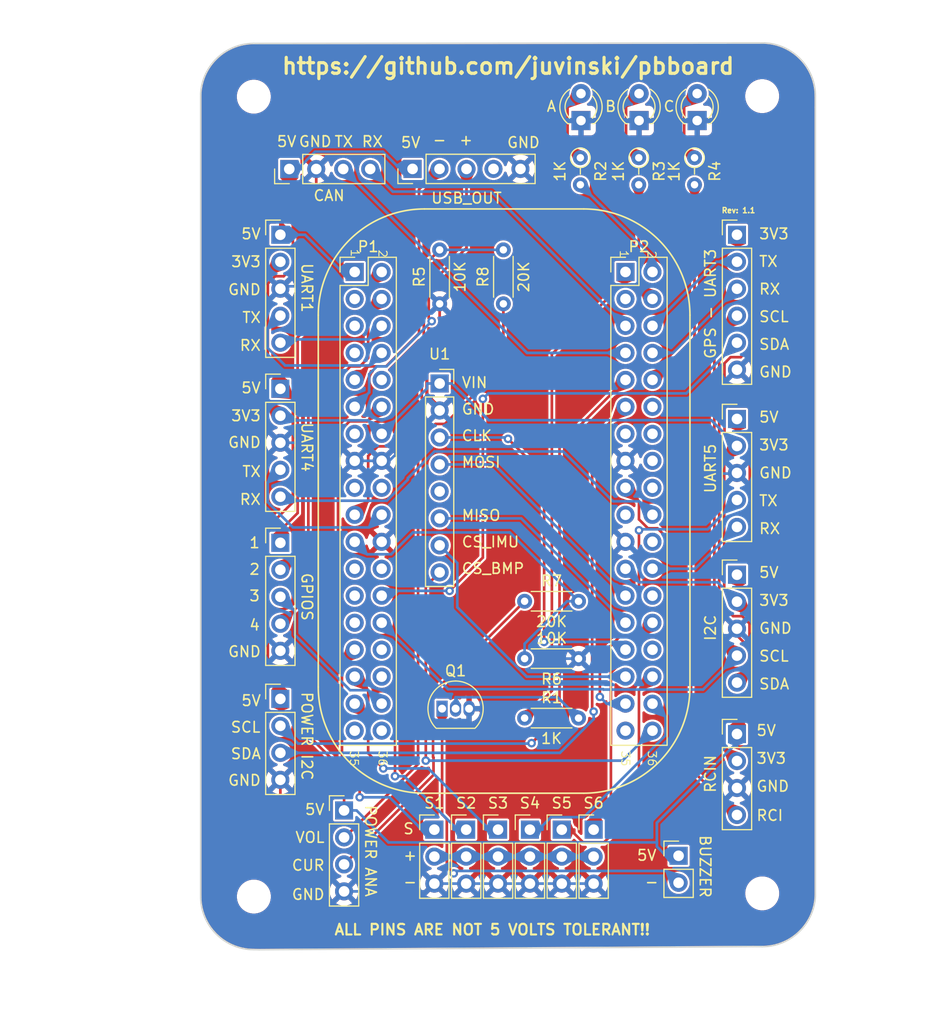
<source format=kicad_pcb>
(kicad_pcb (version 20241229) (generator "pcbnew") (generator_version "9.0")
  (title_block (title "PocketPilot2 - DIY Cape for Ardupilot") (date "2025-11-02") (rev "1.2") (comment 1 "juvinski®") (comment 3 "https://github.com/juvinski/pbboard") (comment 4 "For information, instrunctions:"))
  (layers (0 "F.Cu" signal "Top") (2 "B.Cu" signal "Bottom") (13 "F.Paste" user) (15 "B.Paste" user) (5 "F.SilkS" user "F.Silkscreen") (7 "B.SilkS" user "B.Silkscreen") (1 "F.Mask" user) (3 "B.Mask" user) (25 "Edge.Cuts" user))
  (net 0 "")
  (net 1 "GND")
  (net 2 "/USB_POS")
  (net 3 "/UART1_TX")
  (net 7 "/GPS_RX")
  (net 9 "/GPS_TX")
  (net 10 "Net-(O14-Pin_2)")
  (net 11 "/UART1_RX")
  (net 15 "/UART4_TX")
  (net 16 "/UART4_RX")
  (net 17 "/UART5_RX")
  (net 19 "/UART5_TX")
  (net 21 "Net-(O15-Pin_2)")
  (net 23 "Net-(O1-Pin_2)")
  (net 24 "/GPIO4")
  (net 26 "Net-(O14-Pin_3)")
  (net 29 "/BUZZER_OUT")
  (net 31 "/GPIO1")
  (net 34 "/GPIO2")
  (net 35 "/CAN_RX")
  (net 36 "/GPIO3")
  (net 37 "/LED_A")
  (net 38 "/LED_B")
  (net 40 "/SPI_CS0")
  (net 44 "/CAN_TX")
  (net 45 "/LED_C")
  (net 46 "/OUT4")
  (net 50 "Net-(Q1-B)")
  (net 51 "/OUT5")
  (net 52 "/SPI_CLK")
  (net 56 "/SPI_CS1")
  (net 57 "/SPI_MISO")
  (net 58 "+3.3V")
  (net 59 "/SPI_MOSI")
  (net 60 "/OUT6")
  (net 61 "/OUT3")
  (net 62 "/OUT1")
  (net 63 "/OUT2")
  (net 65 "+5V")
  (net 66 "/I2C_SCL")
  (net 67 "/I2C_SDA")
  (net 68 "/RC_INPUT")
  (net 69 "Net-(LEDA1-A)")
  (net 70 "Net-(LEDB1-A)")
  (net 71 "Net-(LEDC1-A)")
  (net 72 "/USB_NEG")
  (net 74 "/I2C3_SDA")
  (net 75 "/I2C3_SCL")
  (net 76 "/CURRENT")
  (net 77 "/VOLTAGE")
  (footprint "Connector_PinHeader_2.54mm:PinHeader_1x04_P2.54mm_Vertical" (layer "F.Cu") (at 120.84 74.31 90)
    (property "Reference" "O7" (hide yes))
    (property "Value" "CAN")
  )
  (footprint "MountingHole:MountingHole_2.7mm_M2.5" (layer "F.Cu") (at 165.3727 67.4504)
    (property "Reference" "H2" (hide yes))
    (property "Value" "MountingHole" (hide yes))
  )
  (footprint "Connector_PinHeader_2.54mm:PinHeader_2x18_P2.54mm_Vertical" (layer "F.Cu") (at 152.5 84)
    (property "Reference" "P2")
    (property "Value" "Conn_02x18_Odd_Even" (hide yes))
  )
  (footprint "Connector_PinHeader_2.54mm:PinHeader_1x03_P2.54mm_Vertical" (layer "F.Cu") (at 146.5 136.5)
    (property "Reference" "O5" (hide yes))
    (property "Value" "S5")
  )
  (footprint "MountingHole:MountingHole_2.7mm_M2.5" (layer "F.Cu") (at 117.5 67.5)
    (property "Reference" "H1" (hide yes))
    (property "Value" "MountingHole" (hide yes))
  )
  (footprint "MountingHole:MountingHole_2.7mm_M2.5" (layer "F.Cu") (at 117.5062 142.7996)
    (property "Reference" "H3" (hide yes))
    (property "Value" "MountingHole" (hide yes))
  )
  (footprint "Connector_PinHeader_2.54mm:PinHeader_1x05_P2.54mm_Vertical" (layer "F.Cu") (at 120 80.5)
    (property "Reference" "O8" (hide yes))
    (property "Value" "UART1")
  )
  (footprint "Connector_PinHeader_2.54mm:PinHeader_1x05_P2.54mm_Vertical" (layer "F.Cu") (at 120 109.5)
    (property "Reference" "O17" (hide yes))
    (property "Value" "GPIOS")
  )
  (footprint "Connector_PinHeader_2.54mm:PinHeader_1x06_P2.54mm_Vertical" (layer "F.Cu") (at 163 80.5)
    (property "Reference" "O11" (hide yes))
    (property "Value" "GPS - UART3")
  )
  (footprint "Resistor_THT:R_Axial_DIN0204_L3.6mm_D1.6mm_P2.54mm_Vertical" (layer "F.Cu") (at 148.25 73.25 -90)
    (property "Reference" "R2")
    (property "Value" "1K")
  )
  (footprint "Resistor_THT:R_Axial_DIN0204_L3.6mm_D1.6mm_P5.08mm_Horizontal" (layer "F.Cu") (at 141 87 90)
    (property "Reference" "R8")
    (property "Value" "20K")
  )
  (footprint "Connector_PinHeader_2.54mm:PinHeader_1x04_P2.54mm_Vertical" (layer "F.Cu") (at 163 127.5)
    (property "Reference" "O13" (hide yes))
    (property "Value" "RCIN")
  )
  (footprint "LED_THT:LED_D3.0mm" (layer "F.Cu") (at 159.25 69.75 90)
    (property "Reference" "LEDC1" (hide yes))
    (property "Value" "LED_C" (hide yes))
  )
  (footprint "Resistor_THT:R_Axial_DIN0204_L3.6mm_D1.6mm_P5.08mm_Horizontal" (layer "F.Cu") (at 148.08 120.4 180)
    (property "Reference" "R6")
    (property "Value" "10K")
  )
  (footprint "Connector_PinHeader_2.54mm:PinHeader_1x05_P2.54mm_Vertical" (layer "F.Cu") (at 163 112.5)
    (property "Reference" "O12" (hide yes))
    (property "Value" "I2C")
  )
  (footprint "Connector_PinHeader_2.54mm:PinHeader_1x03_P2.54mm_Vertical" (layer "F.Cu") (at 137.5 136.5)
    (property "Reference" "O2" (hide yes))
    (property "Value" "S2")
  )
  (footprint "Connector_PinHeader_2.54mm:PinHeader_1x04_P2.54mm_Vertical" (layer "F.Cu") (at 120 124.19)
    (property "Reference" "O16" (hide yes))
    (property "Value" "POWER I2C")
  )
  (footprint "Connector_PinHeader_2.54mm:PinHeader_1x04_P2.54mm_Vertical" (layer "F.Cu") (at 126 134.69)
    (property "Reference" "O14" (hide yes))
    (property "Value" "POWER ANALOG" (hide yes))
  )
  (footprint "Package_TO_SOT_THT:TO-92_Inline" (layer "F.Cu") (at 135.23 125.11)
    (property "Reference" "Q1")
    (property "Value" "BC548")
  )
  (footprint "Resistor_THT:R_Axial_DIN0204_L3.6mm_D1.6mm_P2.54mm_Vertical" (layer "F.Cu") (at 153.75 73.25 -90)
    (property "Reference" "R3")
    (property "Value" "1K")
  )
  (footprint "LED_THT:LED_D3.0mm" (layer "F.Cu") (at 153.78 69.75 90)
    (property "Reference" "LEDB1" (hide yes))
    (property "Value" "LED_B" (hide yes))
  )
  (footprint "MountingHole:MountingHole_2.7mm_M2.5" (layer "F.Cu") (at 165.379 142.5)
    (property "Reference" "H4" (hide yes))
    (property "Value" "MountingHole" (hide yes))
  )
  (footprint "Resistor_THT:R_Axial_DIN0204_L3.6mm_D1.6mm_P5.08mm_Horizontal" (layer "F.Cu") (at 135 87 90)
    (property "Reference" "R5")
    (property "Value" "10K")
  )
  (footprint "Resistor_THT:R_Axial_DIN0204_L3.6mm_D1.6mm_P5.08mm_Horizontal" (layer "F.Cu") (at 143 126)
    (property "Reference" "R1")
    (property "Value" "1K")
  )
  (footprint "Resistor_THT:R_Axial_DIN0204_L3.6mm_D1.6mm_P2.54mm_Vertical" (layer "F.Cu") (at 159 73.25 -90)
    (property "Reference" "R4")
    (property "Value" "1K")
  )
  (footprint "Connector_PinHeader_2.54mm:PinHeader_1x03_P2.54mm_Vertical" (layer "F.Cu") (at 134.5 136.5)
    (property "Reference" "O1" (hide yes))
    (property "Value" "S1")
  )
  (footprint "Resistor_THT:R_Axial_DIN0204_L3.6mm_D1.6mm_P5.08mm_Horizontal" (layer "F.Cu") (at 143 115)
    (property "Reference" "R7")
    (property "Value" "20K")
  )
  (footprint "Connector_PinHeader_2.54mm:PinHeader_1x05_P2.54mm_Vertical" (layer "F.Cu") (at 120 95)
    (property "Reference" "O9" (hide yes))
    (property "Value" "UART4")
  )
  (footprint "Connector_PinHeader_2.54mm:PinHeader_1x03_P2.54mm_Vertical" (layer "F.Cu") (at 149.5 136.5)
    (property "Reference" "O6" (hide yes))
    (property "Value" "S6")
  )
  (footprint "Connector_PinHeader_2.54mm:PinHeader_1x05_P2.54mm_Vertical" (layer "F.Cu") (at 163 97.84)
    (property "Reference" "O10" (hide yes))
    (property "Value" "UART5")
  )
  (footprint "Connector_PinHeader_2.54mm:PinHeader_1x02_P2.54mm_Vertical" (layer "F.Cu") (at 157.5 138.96)
    (property "Reference" "O15" (hide yes))
    (property "Value" "BUZZER")
  )
  (footprint "Connector_PinHeader_2.54mm:PinHeader_1x03_P2.54mm_Vertical" (layer "F.Cu") (at 143.5 136.5)
    (property "Reference" "O4" (hide yes))
    (property "Value" "S4")
  )
  (footprint "Connector_PinSocket_2.54mm:PinSocket_1x08_P2.54mm_Vertical" (layer "F.Cu") (at 135 94.5)
    (property "Reference" "U1")
    (property "Value" "GY-912")
  )
  (footprint "LED_THT:LED_D3.0mm" (layer "F.Cu") (at 148.31 69.75 90)
    (property "Reference" "LEDA1" (hide yes))
    (property "Value" "LED_A" (hide yes))
  )
  (footprint "Connector_PinHeader_2.54mm:PinHeader_1x03_P2.54mm_Vertical" (layer "F.Cu") (at 140.5 136.5)
    (property "Reference" "O3" (hide yes))
    (property "Value" "S3")
  )
  (footprint "Connector_PinHeader_2.54mm:PinHeader_1x05_P2.54mm_Vertical" (layer "F.Cu") (at 132.45 74.3 90)
    (property "Reference" "O18" (hide yes))
    (property "Value" "USB_OUT")
  )
  (footprint "Connector_PinHeader_2.54mm:PinHeader_2x18_P2.54mm_Vertical" (layer "F.Cu") (at 127 84)
    (property "Reference" "P1")
    (property "Value" "Conn_02x18_Odd_Even" (hide yes))
  )
  (gr_line (start 158.57 123.07) (end 158.57 88.07) (stroke (width 0.15)) (layer "F.SilkS"))
  (gr_arc (start 148.57 78.07) (mid 155.641068 80.998932) (end 158.57 88.07) (stroke (width 0.15)) (layer "F.SilkS"))
  (gr_line (start 148.57 78.07) (end 133.57 78.07) (stroke (width 0.15)) (layer "F.SilkS"))
  (gr_arc (start 123.57 88.07) (mid 126.498932 80.998932) (end 133.57 78.07) (stroke (width 0.15)) (layer "F.SilkS"))
  (gr_line (start 123.57 88.07) (end 123.57 123.07) (stroke (width 0.15)) (layer "F.SilkS"))
  (gr_arc (start 133.57 133.07) (mid 126.498932 130.141068) (end 123.57 123.07) (stroke (width 0.15)) (layer "F.SilkS"))
  (gr_line (start 133.57 133.07) (end 148.57 133.07) (stroke (width 0.15)) (layer "F.SilkS"))
  (gr_arc (start 158.57 123.07) (mid 155.641068 130.141068) (end 148.57 133.07) (stroke (width 0.15)) (layer "F.SilkS"))
  (gr_line (start 165.378984 147.506229) (end 164.5 147.501914) (stroke (width 0.15)) (layer "Edge.Cuts"))
  (gr_line (start 170.378984 67.45044) (end 170.378984 68.5) (stroke (width 0.15)) (layer "Edge.Cuts"))
  (gr_arc (start 170.378984 142.75) (mid 168.829414 146.127262) (end 165.378984 147.506246) (stroke (width 0.15)) (layer "Edge.Cuts"))
  (gr_arc (start 165.622738 62.45043) (mid 169 64) (end 170.378984 67.45043) (stroke (width 0.15)) (layer "Edge.Cuts"))
  (gr_line (start 112.5 67.250002) (end 112.5 142.788192) (stroke (width 0.15)) (layer "Edge.Cuts"))
  (gr_line (start 117.5 62.493754) (end 165.622717 62.45043) (stroke (width 0.15)) (layer "Edge.Cuts"))
  (gr_line (start 170.378984 68.5) (end 170.378984 142.749997) (stroke (width 0.15)) (layer "Edge.Cuts"))
  (gr_arc (start 112.5 67.25) (mid 114.04957 63.872738) (end 117.5 62.493754) (stroke (width 0.15)) (layer "Edge.Cuts"))
  (gr_line (start 118 147.796023) (end 117.5 147.788192) (stroke (width 0.15)) (layer "Edge.Cuts"))
  (gr_arc (start 117.5 147.788192) (mid 113.964466 146.323726) (end 112.5 142.788192) (stroke (width 0.15)) (layer "Edge.Cuts"))
  (gr_line (start 118 147.796023) (end 164.5 147.501914) (stroke (width 0.15)) (layer "Edge.Cuts"))
  (gr_text "2" (at 155.41846 82.37218 270) (layer "F.SilkS") (effects (font (size 0.77216 0.77216) (thickness 0.097536)) (justify top)))
  (gr_text "36" (at 155 129 270) (layer "F.SilkS") (effects (font (size 0.77216 0.77216) (thickness 0.097536)) (justify left)))
  (gr_text "35" (at 152.5 129 270) (layer "F.SilkS") (effects (font (size 0.77216 0.77216) (thickness 0.097536)) (justify left)))
  (gr_text "36" (at 129.64 129 270) (layer "F.SilkS") (effects (font (size 0.77216 0.77216) (thickness 0.097536)) (justify left)))
  (gr_text "1" (at 152.81496 82.31122 270) (layer "F.SilkS") (effects (font (size 0.77216 0.77216) (thickness 0.097536)) (justify top)))
  (gr_text "1" (at 127.481 82.20962 270) (layer "F.SilkS") (effects (font (size 0.77216 0.77216) (thickness 0.097536)) (justify top)))
  (gr_text "2" (at 130.0845 82.27058 270) (layer "F.SilkS") (effects (font (size 0.77216 0.77216) (thickness 0.097536)) (justify top)))
  (gr_text "35" (at 126.93998 129 270) (layer "F.SilkS") (effects (font (size 0.77216 0.77216) (thickness 0.097536)) (justify left)))
  (gr_text "5V" (at 131.27 72.4 0) (layer "F.SilkS") (effects (font (size 1 1)) (justify left bottom)))
  (gr_text "B" (at 150.5 69 0) (layer "F.SilkS") (effects (font (size 1 1)) (justify left bottom)))
  (gr_text "S" (at 131.5 137 0) (layer "F.SilkS") (effects (font (size 1 1)) (justify left bottom)))
  (gr_text "1" (at 117 110.08 0) (layer "F.SilkS") (effects (font (size 1 1)) (justify left bottom)))
  (gr_text "+" (at 131.5 139.5 0) (layer "F.SilkS") (effects (font (size 1 1)) (justify left bottom)))
  (gr_text "RX" (at 165 86.2 0) (layer "F.SilkS") (effects (font (size 1 1)) (justify left bottom)))
  (gr_text "-" (at 134.27 72.15 0) (layer "F.SilkS") (effects (font (size 1 1)) (justify left bottom)))
  (gr_text "GND" (at 115 100.63 0) (layer "F.SilkS") (effects (font (size 1 1)) (justify left bottom)))
  (gr_text "5V" (at 119.59 72.31 0) (layer "F.SilkS") (effects (font (size 1 1)) (justify left bottom)))
  (gr_text "-" (at 131.5 142 0) (layer "F.SilkS") (effects (font (size 1 1)) (justify left bottom)))
  (gr_text "SDA" (at 165 123.375 0) (layer "F.SilkS") (effects (font (size 1 1)) (justify left bottom)))
  (gr_text "Rev: 1.1" (at 161.5 78.5 0) (layer "F.SilkS") (effects (font (size 0.5 0.5) (thickness 0.125) (bold yes)) (justify left bottom)))
  (gr_text "https://github.com/juvinski/pbboard" (at 120 65.5 0) (layer "F.SilkS") (effects (font (size 1.5 1.5) (thickness 0.3) (bold yes)) (justify left bottom)))
  (gr_text "RX" (at 165 108.75 0) (layer "F.SilkS") (effects (font (size 1 1)) (justify left bottom)))
  (gr_text "SCL" (at 165 120.75 0) (layer "F.SilkS") (effects (font (size 1 1)) (justify left bottom)))
  (gr_text "5V" (at 153.5 139.5 0) (layer "F.SilkS") (effects (font (size 1 1)) (justify left bottom)))
  (gr_text "-" (at 154.25 142 0) (layer "F.SilkS") (effects (font (size 1 1)) (justify left bottom)))
  (gr_text "GND" (at 121 143.19 0) (layer "F.SilkS") (effects (font (size 1 1)) (justify left bottom)))
  (gr_text "3" (at 117 115.08 0) (layer "F.SilkS") (effects (font (size 1 1)) (justify left bottom)))
  (gr_text "4" (at 117 117.83 0) (layer "F.SilkS") (effects (font (size 1 1)) (justify left bottom)))
  (gr_text "5V" (at 116.238095 81 0) (layer "F.SilkS") (effects (font (size 1 1)) (justify left bottom)))
  (gr_text "5V" (at 165 98.25 0) (layer "F.SilkS") (effects (font (size 1 1)) (justify left bottom)))
  (gr_text "TX" (at 165 83.6 0) (layer "F.SilkS") (effects (font (size 1 1)) (justify left bottom)))
  (gr_text "3V3" (at 165 100.875 0) (layer "F.SilkS") (effects (font (size 1 1)) (justify left bottom)))
  (gr_text "CUR" (at 121 140.44 0) (layer "F.SilkS") (effects (font (size 1 1)) (justify left bottom)))
  (gr_text "CS_IMU" (at 137 110 0) (layer "F.SilkS") (effects (font (size 1 1)) (justify left bottom)))
  (gr_text "TX" (at 125.018571 72.31 0) (layer "F.SilkS") (effects (font (size 1 1)) (justify left bottom)))
  (gr_text "GND" (at 115 132.44 0) (layer "F.SilkS") (effects (font (size 1 1)) (justify left bottom)))
  (gr_text "POWER ANA" (at 128.5 138.5 270) (layer "F.SilkS") (effects (font (size 1 1))))
  (gr_text "5V" (at 116.25 124.94 0) (layer "F.SilkS") (effects (font (size 1 1)) (justify left bottom)))
  (gr_text "3V3" (at 165 81 0) (layer "F.SilkS") (effects (font (size 1 1)) (justify left bottom)))
  (gr_text "5V" (at 116.238095 95.5 0) (layer "F.SilkS") (effects (font (size 1 1)) (justify left bottom)))
  (gr_text "RX" (at 116.095238 91.5 0) (layer "F.SilkS") (effects (font (size 1 1)) (justify left bottom)))
  (gr_text "3V3" (at 115.285714 83.625 0) (layer "F.SilkS") (effects (font (size 1 1)) (justify left bottom)))
  (gr_text "5V" (at 165 112.875 0) (layer "F.SilkS") (effects (font (size 1 1)) (justify left bottom)))
  (gr_text "GND" (at 137 97.5 0) (layer "F.SilkS") (effects (font (size 1 1)) (justify left bottom)))
  (gr_text "3V3" (at 164.75 130.375 0) (layer "F.SilkS") (effects (font (size 1 1)) (justify left bottom)))
  (gr_text "3V3" (at 115.285714 98.125 0) (layer "F.SilkS") (effects (font (size 1 1)) (justify left bottom)))
  (gr_text "A" (at 145 69 0) (layer "F.SilkS") (effects (font (size 1 1)) (justify left bottom)))
  (gr_text "GND" (at 115 86.25 0) (layer "F.SilkS") (effects (font (size 1 1)) (justify left bottom)))
  (gr_text "SCL" (at 115.25 127.44 0) (layer "F.SilkS") (effects (font (size 1 1)) (justify left bottom)))
  (gr_text "5V" (at 122.238095 135.19 0) (layer "F.SilkS") (effects (font (size 1 1)) (justify left bottom)))
  (gr_text "VOL" (at 121.333333 137.815 0) (layer "F.SilkS") (effects (font (size 1 1)) (justify left bottom)))
  (gr_text "MOSI" (at 137 102.5 0) (layer "F.SilkS") (effects (font (size 1 1)) (justify left bottom)))
  (gr_text "5V" (at 164.75 127.75 0) (layer "F.SilkS") (effects (font (size 1 1)) (justify left bottom)))
  (gr_text "C" (at 156 69 0) (layer "F.SilkS") (effects (font (size 1 1)) (justify left bottom)))
  (gr_text "GND" (at 115 120.33 0) (layer "F.SilkS") (effects (font (size 1 1)) (justify left bottom)))
  (gr_text "TX" (at 116.333333 88.875 0) (layer "F.SilkS") (effects (font (size 1 1)) (justify left bottom)))
  (gr_text "GND" (at 165 103.5 0) (layer "F.SilkS") (effects (font (size 1 1)) (justify left bottom)))
  (gr_text "GND" (at 165 118.125 0) (layer "F.SilkS") (effects (font (size 1 1)) (justify left bottom)))
  (gr_text "GND" (at 121.661429 72.31 0) (layer "F.SilkS") (effects (font (size 1 1)) (justify left bottom)))
  (gr_text "CLK" (at 137 100 0) (layer "F.SilkS") (effects (font (size 1 1)) (justify left bottom)))
  (gr_text "SCL" (at 165 88.8 0) (layer "F.SilkS") (effects (font (size 1 1)) (justify left bottom)))
  (gr_text "SDA" (at 165 91.4 0) (layer "F.SilkS") (effects (font (size 1 1)) (justify left bottom)))
  (gr_text "VIN" (at 137 95 0) (layer "F.SilkS") (effects (font (size 1 1)) (justify left bottom)))
  (gr_text "RCI" (at 164.75 135.75 0) (layer "F.SilkS") (effects (font (size 1 1)) (justify left bottom)))
  (gr_text "SDA" (at 115.25 129.94 0) (layer "F.SilkS") (effects (font (size 1 1)) (justify left bottom)))
  (gr_text "GND" (at 165 94 0) (layer "F.SilkS") (effects (font (size 1 1)) (justify left bottom)))
  (gr_text "MISO" (at 137 107.5 0) (layer "F.SilkS") (effects (font (size 1 1)) (justify left bottom)))
  (gr_text "TX" (at 165 106.125 0) (layer "F.SilkS") (effects (font (size 1 1)) (justify left bottom)))
  (gr_text "+" (at 136.77 72.15 0) (layer "F.SilkS") (effects (font (size 1 1)) (justify left bottom)))
  (gr_text "CS_BMP" (at 137 112.5 0) (layer "F.SilkS") (effects (font (size 1 1)) (justify left bottom)))
  (gr_text "ALL PINS ARE NOT 5 VOLTS TOLERANT!!" (at 125 146.5 0) (layer "F.SilkS") (effects (font (size 1 1) (thickness 0.2) (bold yes)) (justify left bottom)))
  (gr_text "TX" (at 116.333333 103.375 0) (layer "F.SilkS") (effects (font (size 1 1)) (justify left bottom)))
  (gr_text "RX" (at 116.095238 106 0) (layer "F.SilkS") (effects (font (size 1 1)) (justify left bottom)))
  (gr_text "2" (at 117 112.58 0) (layer "F.SilkS") (effects (font (size 1 1)) (justify left bottom)))
  (gr_text "GND" (at 141.27 72.4 0) (layer "F.SilkS") (effects (font (size 1 1)) (justify left bottom)))
  (gr_text "3V3" (at 165 115.5 0) (layer "F.SilkS") (effects (font (size 1 1)) (justify left bottom)))
  (gr_text "RX" (at 127.59 72.31 0) (layer "F.SilkS") (effects (font (size 1 1)) (justify left bottom)))
  (gr_text "GND" (at 164.75 133 0) (layer "F.SilkS") (effects (font (size 1 1)) (justify left bottom)))
  (segment (start 146.974 121.506) (end 146.974 131.5965) (width 0.25) (layer "F.Cu") (net 1))
  (segment (start 133.7877 95.5064) (end 135 96.7187) (width 0.25) (layer "F.Cu") (net 1))
  (segment (start 139.1352 140.2152) (end 140.5 141.58) (width 0.25) (layer "F.Cu") (net 1))
  (segment (start 163 118.2183) (end 163 117.58) (width 0.25) (layer "F.Cu") (net 1))
  (segment (start 137.77 125.11) (end 138.6217 125.11) (width 0.25) (layer "F.Cu") (net 1))
  (segment (start 163.4875 121.2967) (end 164.1767 120.6075) (width 0.25) (layer "F.Cu") (net 1))
  (segment (start 145.3058 140.3858) (end 146.5 141.58) (width 0.25) (layer "F.Cu") (net 1))
  (segment (start 152.5 109.4) (end 151.3058 108.2058) (width 0.25) (layer "F.Cu") (net 1))
  (segment (start 161.2719 130.8519) (end 161.2719 122.6611) (width 0.25) (layer "F.Cu") (net 1))
  (segment (start 145.3058 133.2647) (end 145.3058 140.3858) (width 0.25) (layer "F.Cu") (net 1))
  (segment (start 162.6363 121.2967) (end 163.4875 121.2967) (width 0.25) (layer "F.Cu") (net 1))
  (segment (start 120 131.81) (end 120 136.31) (width 0.25) (layer "F.Cu") (net 1))
  (segment (start 120 136.31) (end 126 142.31) (width 0.25) (layer "F.Cu") (net 1))
  (segment (start 123.38 82.2) (end 123.38 74.31) (width 0.25) (layer "F.Cu") (net 1))
  (segment (start 130.7342 108.2058) (end 130.7342 102.9742) (width 0.25) (layer "F.Cu") (net 1))
  (segment (start 120 85.58) (end 123.38 82.2) (width 0.25) (layer "F.Cu") (net 1))
  (segment (start 138.6217 125.11) (end 139.1352 125.6235) (width 0.25) (layer "F.Cu") (net 1))
  (segment (start 163 132.58) (end 161.2719 130.8519) (width 0.25) (layer "F.Cu") (net 1))
  (segment (start 129.54 109.4) (end 130.7342 108.2058) (width 0.25) (layer "F.Cu") (net 1))
  (segment (start 148.08 120.4) (end 146.974 121.506) (width 0.25) (layer "F.Cu") (net 1))
  (segment (start 161.2719 122.6611) (end 162.6363 121.2967) (width 0.25) (layer "F.Cu") (net 1))
  (segment (start 151.3058 108.2058) (end 151.3058 102.9742) (width 0.25) (layer "F.Cu") (net 1))
  (segment (start 133.7877 93.2528) (end 133.7877 95.5064) (width 0.25) (layer "F.Cu") (net 1))
  (segment (start 164.1767 119.395) (end 163 118.2183) (width 0.25) (layer "F.Cu") (net 1))
  (segment (start 151.3058 102.9742) (end 152.5 101.78) (width 0.25) (layer "F.Cu") (net 1))
  (segment (start 135 87) (end 135 92.0405) (width 0.25) (layer "F.Cu") (net 1))
  (segment (start 135 96.7187) (end 135 97.04) (width 0.25) (layer "F.Cu") (net 1))
  (segment (start 164.1767 120.6075) (end 164.1767 119.395) (width 0.25) (layer "F.Cu") (net 1))
  (segment (start 139.1352 125.6235) (end 139.1352 140.2152) (width 0.25) (layer "F.Cu") (net 1))
  (segment (start 146.974 131.5965) (end 145.3058 133.2647) (width 0.25) (layer "F.Cu") (net 1))
  (segment (start 135 92.0405) (end 133.7877 93.2528) (width 0.25) (layer "F.Cu") (net 1))
  (segment (start 130.7342 102.9742) (end 129.54 101.78) (width 0.25) (layer "F.Cu") (net 1))
  (segment (start 149.5 141.58) (end 146.5 141.58) (width 0.25) (layer "B.Cu") (net 1))
  (segment (start 123.38 74.31) (end 124.5567 73.1333) (width 0.25) (layer "B.Cu") (net 1))
  (segment (start 163 102.92) (end 162.935 102.985) (width 0.25) (layer "B.Cu") (net 1))
  (segment (start 164.1906 101.7294) (end 163 102.92) (width 0.25) (layer "B.Cu") (net 1))
  (segment (start 133.3475 85.3475) (end 135 87) (width 0.25) (layer "B.Cu") (net 1))
  (segment (start 135 97.04) (end 130.26 101.78) (width 0.25) (layer "B.Cu") (net 1))
  (segment (start 153.7094 118.2012) (end 145.2428 118.2012) (width 0.25) (layer "B.Cu") (net 1))
  (segment (start 140.5 141.58) (end 143.5 141.58) (width 0.25) (layer "B.Cu") (net 1))
  (segment (start 162.3788 118.2012) (end 163 117.58) (width 0.25) (layer "B.Cu") (net 1))
  (segment (start 128.9823 73.1333) (end 131.3306 75.4816) (width 0.25) (layer "B.Cu") (net 1))
  (segment (start 145.3161 120.4) (end 148.08 120.4) (width 0.25) (layer "B.Cu") (net 1))
  (segment (start 133.5907 126.1867) (end 137.77 126.1867) (width 0.25) (layer "B.Cu") (net 1))
  (segment (start 120 119.66) (end 126.3017 125.9617) (width 0.25) (layer "B.Cu") (net 1))
  (segment (start 120.2325 85.3475) (end 133.3475 85.3475) (width 0.25) (layer "B.Cu") (net 1))
  (segment (start 153.7094 114.0252) (end 152.8009 113.1167) (width 0.25) (layer "B.Cu") (net 1))
  (segment (start 151.2987 112.408) (end 151.2987 110.6013) (width 0.25) (layer "B.Cu") (net 1))
  (segment (start 120 85.58) (end 120.2325 85.3475) (width 0.25) (layer "B.Cu") (net 1))
  (segment (start 145.2428 118.2012) (end 145.1409 118.0993) (width 0.25) (layer "B.Cu") (net 1))
  (segment (start 145.1409 118.0993) (end 144.539 118.0993) (width 0.25) (layer "B.Cu") (net 1))
  (segment (start 125.3 100.08) (end 127 101.78) (width 0.25) (layer "B.Cu") (net 1))
  (segment (start 126 142.31) (end 133.77 142.31) (width 0.25) (layer "B.Cu") (net 1))
  (segment (start 153.7094 118.2012) (end 153.7094 114.0252) (width 0.25) (layer "B.Cu") (net 1))
  (segment (start 144.1132 119.1971) (end 145.3161 120.4) (width 0.25) (layer "B.Cu") (net 1))
  (segment (start 136.4735 98.5135) (end 135 97.04) (width 0.25) (layer "B.Cu") (net 1))
  (segment (start 144.1132 118.5251) (end 144.1132 119.1971) (width 0.25) (layer "B.Cu") (net 1))
  (segment (start 147.6967 69.75) (end 153.78 69.75) (width 0.25) (layer "B.Cu") (net 1))
  (segment (start 163 93.2) (end 164.1906 94.3906) (width 0.25) (layer "B.Cu") (net 1))
  (segment (start 124.5567 73.1333) (end 128.9823 73.1333) (width 0.25) (layer "B.Cu") (net 1))
  (segment (start 164.1906 94.3906) (end 164.1906 101.7294) (width 0.25) (layer "B.Cu") (net 1))
  (segment (start 152.5 101.78) (end 149.2335 98.5135) (width 0.25) (layer "B.Cu") (net 1))
  (segment (start 151.2987 110.6013) (end 152.5 109.4) (width 0.25) (layer "B.Cu") (net 1))
  (segment (start 147.0833 69.8267) (end 147.0833 69.75) (width 0.25) (layer "B.Cu") (net 1))
  (segment (start 137.77 125.11) (end 137.77 126.1867) (width 0.25) (layer "B.Cu") (net 1))
  (segment (start 148.31 69.75) (end 147.6967 69.75) (width 0.25) (layer "B.Cu") (net 1))
  (segment (start 120 100.08) (end 125.3 100.08) (width 0.25) (layer "B.Cu") (net 1))
  (segment (start 127 101.78) (end 129.54 101.78) (width 0.25) (layer "B.Cu") (net 1))
  (segment (start 141.4284 75.4816) (end 142.61 74.3) (width 0.25) (layer "B.Cu") (net 1))
  (segment (start 142.61 74.3) (end 147.0833 69.8267) (width 0.25) (layer "B.Cu") (net 1))
  (segment (start 133.3657 125.9617) (end 133.5907 126.1867) (width 0.25) (layer "B.Cu") (net 1))
  (segment (start 162.935 102.985) (end 153.705 102.985) (width 0.25) (layer "B.Cu") (net 1))
  (segment (start 147.6967 69.75) (end 147.0833 69.75) (width 0.25) (layer "B.Cu") (net 1))
  (segment (start 152.8009 113.1167) (end 152.0074 113.1167) (width 0.25) (layer "B.Cu") (net 1))
  (segment (start 149.2335 98.5135) (end 136.4735 98.5135) (width 0.25) (layer "B.Cu") (net 1))
  (segment (start 140.5 141.58) (end 137.5 141.58) (width 0.25) (layer "B.Cu") (net 1))
  (segment (start 133.77 142.31) (end 134.5 141.58) (width 0.25) (layer "B.Cu") (net 1))
  (segment (start 152.0074 113.1167) (end 151.2987 112.408) (width 0.25) (layer "B.Cu") (net 1))
  (segment (start 153.7094 118.2012) (end 162.3788 118.2012) (width 0.25) (layer "B.Cu") (net 1))
  (segment (start 131.3306 75.4816) (end 141.4284 75.4816) (width 0.25) (layer "B.Cu") (net 1))
  (segment (start 137.5 141.58) (end 134.5 141.58) (width 0.25) (layer "B.Cu") (net 1))
  (segment (start 130.26 101.78) (end 129.54 101.78) (width 0.25) (layer "B.Cu") (net 1))
  (segment (start 159.25 69.75) (end 153.78 69.75) (width 0.25) (layer "B.Cu") (net 1))
  (segment (start 153.705 102.985) (end 152.5 101.78) (width 0.25) (layer "B.Cu") (net 1))
  (segment (start 126.3017 125.9617) (end 133.3657 125.9617) (width 0.25) (layer "B.Cu") (net 1))
  (segment (start 143.5 141.58) (end 146.5 141.58) (width 0.25) (layer "B.Cu") (net 1))
  (segment (start 144.539 118.0993) (end 144.1132 118.5251) (width 0.25) (layer "B.Cu") (net 1))
  (segment (start 133.9733 85.2911) (end 137.53 81.7344) (width 0.25) (layer "F.Cu") (net 2))
  (segment (start 137.53 81.7344) (end 137.53 74.3) (width 0.25) (layer "F.Cu") (net 2))
  (segment (start 133.9733 88.3543) (end 133.9733 85.2911) (width 0.25) (layer "F.Cu") (net 2))
  (segment (start 134.2532 88.6342) (end 133.9733 88.3543) (width 0.25) (layer "F.Cu") (net 2))
  (via (at 134.2532 88.6342) (size 0.8) (drill 0.4) (layers "F.Cu" "B.Cu") (net 2))
  (segment (start 129.0914 92.89) (end 129.9974 92.89) (width 0.25) (layer "B.Cu") (net 2))
  (segment (start 128.3633 93.6181) (end 129.0914 92.89) (width 0.25) (layer "B.Cu") (net 2))
  (segment (start 128.3633 95.3367) (end 128.3633 93.6181) (width 0.25) (layer "B.Cu") (net 2))
  (segment (start 127 96.7) (end 128.3633 95.3367) (width 0.25) (layer "B.Cu") (net 2))
  (segment (start 129.9974 92.89) (end 134.2532 88.6342) (width 0.25) (layer "B.Cu") (net 2))
  (segment (start 120.4546 92.8054) (end 118.8058 91.1566) (width 0.25) (layer "B.Cu") (net 3))
  (segment (start 118.8058 89.3142) (end 120 88.12) (width 0.25) (layer "B.Cu") (net 3))
  (segment (start 128.3546 92.8054) (end 120.4546 92.8054) (width 0.25) (layer "B.Cu") (net 3))
  (segment (start 129.54 91.62) (end 128.3546 92.8054) (width 0.25) (layer "B.Cu") (net 3))
  (segment (start 118.8058 91.1566) (end 118.8058 89.3142) (width 0.25) (layer "B.Cu") (net 3))
  (segment (start 163 85.58) (end 156.96 91.62) (width 0.25) (layer "B.Cu") (net 7))
  (segment (start 156.96 91.62) (end 155.04 91.62) (width 0.25) (layer "B.Cu") (net 7))
  (segment (start 155.04 89.08) (end 161.08 83.04) (width 0.25) (layer "B.Cu") (net 9))
  (segment (start 161.08 83.04) (end 163 83.04) (width 0.25) (layer "B.Cu") (net 9))
  (segment (start 134.6055 98.31) (end 132.9688 99.9467) (width 0.25) (layer "F.Cu") (net 10))
  (segment (start 132.9688 130.3254) (end 126.0642 137.23) (width 0.25) (layer "F.Cu") (net 10))
  (segment (start 141 92.7985) (end 135.4885 98.31) (width 0.25) (layer "F.Cu") (net 10))
  (segment (start 141 87) (end 141 92.7985) (width 0.25) (layer "F.Cu") (net 10))
  (segment (start 126.0642 137.23) (end 126 137.23) (width 0.25) (layer "F.Cu") (net 10))
  (segment (start 132.9688 99.9467) (end 132.9688 130.3254) (width 0.25) (layer "F.Cu") (net 10))
  (segment (start 135.4885 98.31) (end 134.6055 98.31) (width 0.25) (layer "F.Cu") (net 10))
  (segment (start 129.54 89.08) (end 128.27 90.35) (width 0.25) (layer "B.Cu") (net 11))
  (segment (start 128.27 90.35) (end 120.31 90.35) (width 0.25) (layer "B.Cu") (net 11))
  (segment (start 120.31 90.35) (end 120 90.66) (width 0.25) (layer "B.Cu") (net 11))
  (segment (start 120 102.62) (end 118.8093 103.8107) (width 0.25) (layer "B.Cu") (net 15))
  (segment (start 118.8093 105.6709) (end 121.189 108.0506) (width 0.25) (layer "B.Cu") (net 15))
  (segment (start 121.189 108.0506) (end 128.3494 108.0506) (width 0.25) (layer "B.Cu") (net 15))
  (segment (start 128.3494 108.0506) (end 129.54 106.86) (width 0.25) (layer "B.Cu") (net 15))
  (segment (start 118.8093 103.8107) (end 118.8093 105.6709) (width 0.25) (layer "B.Cu") (net 15))
  (segment (start 146.6386 100.9039) (end 151.3248 105.5901) (width 0.25) (layer "B.Cu") (net 16))
  (segment (start 120.3762 105.5362) (end 130.0162 105.5362) (width 0.25) (layer "B.Cu") (net 16))
  (segment (start 151.3248 105.5901) (end 153.7701 105.5901) (width 0.25) (layer "B.Cu") (net 16))
  (segment (start 132.0053 103.5471) (end 132.0053 103.4108) (width 0.25) (layer "B.Cu") (net 16))
  (segment (start 134.5122 100.9039) (end 146.6386 100.9039) (width 0.25) (layer "B.Cu") (net 16))
  (segment (start 132.0053 103.4108) (end 134.5122 100.9039) (width 0.25) (layer "B.Cu") (net 16))
  (segment (start 153.7701 105.5901) (end 155.04 106.86) (width 0.25) (layer "B.Cu") (net 16))
  (segment (start 120 105.16) (end 120.3762 105.5362) (width 0.25) (layer "B.Cu") (net 16))
  (segment (start 130.0162 105.5362) (end 132.0053 103.5471) (width 0.25) (layer "B.Cu") (net 16))
  (segment (start 163 108) (end 159.06 111.94) (width 0.25) (layer "B.Cu") (net 17))
  (segment (start 159.06 111.94) (end 155.04 111.94) (width 0.25) (layer "B.Cu") (net 17))
  (segment (start 152.9412 118.29) (end 153.7701 117.4611) (width 0.25) (layer "F.Cu") (net 19))
  (segment (start 152.0039 118.29) (end 152.9412 118.29) (width 0.25) (layer "F.Cu") (net 19))
  (segment (start 150.0889 124.0019) (end 150.0889 120.205) (width 0.25) (layer "F.Cu") (net 19))
  (segment (start 150.0889 120.205) (end 152.0039 118.29) (width 0.25) (layer "F.Cu") (net 19))
  (segment (start 153.7701 117.4611) (end 153.7701 108.3197) (width 0.25) (layer "F.Cu") (net 19))
  (via (at 150.0889 124.0019) (size 0.8) (drill 0.4) (layers "F.Cu" "B.Cu") (net 19))
  (via (at 153.7701 108.3197) (size 0.8) (drill 0.4) (layers "F.Cu" "B.Cu") (net 19))
  (segment (start 160.2367 108.2233) (end 163 105.46) (width 0.25) (layer "B.Cu") (net 19))
  (segment (start 153.8665 108.2233) (end 160.2367 108.2233) (width 0.25) (layer "B.Cu") (net 19))
  (segment (start 153.7701 108.3197) (end 153.8665 108.2233) (width 0.25) (layer "B.Cu") (net 19))
  (segment (start 150.727 124.64) (end 150.0889 124.0019) (width 0.25) (layer "B.Cu") (net 19))
  (segment (start 152.5 124.64) (end 150.727 124.64) (width 0.25) (layer "B.Cu") (net 19))
  (segment (start 135.23 135.0679) (end 135.6767 135.5146) (width 0.25) (layer "F.Cu") (net 21))
  (segment (start 135.6767 135.5146) (end 135.6767 139.9601) (width 0.25) (layer "F.Cu") (net 21))
  (segment (start 135.6767 139.9601) (end 136.3278 140.6112) (width 0.25) (layer "F.Cu") (net 21))
  (segment (start 136.3278 140.6112) (end 135.6767 139.9601) (width 0.25) (layer "F.Cu") (net 21))
  (segment (start 135.6767 139.9601) (end 136.3278 140.6112) (width 0.25) (layer "F.Cu") (net 21))
  (segment (start 135.23 125.11) (end 135.23 135.0679) (width 0.25) (layer "F.Cu") (net 21))
  (via (at 136.3278 140.6112) (size 0.8) (drill 0.4) (layers "F.Cu" "B.Cu") (net 21))
  (segment (start 136.5537 140.3853) (end 156.3853 140.3853) (width 0.25) (layer "B.Cu") (net 21))
  (segment (start 156.3853 140.3853) (end 157.5 141.5) (width 0.25) (layer "B.Cu") (net 21))
  (segment (start 136.3278 140.6112) (end 136.5537 140.3853) (width 0.25) (layer "B.Cu") (net 21))
  (segment (start 146.5 139.04) (end 149.5 139.04) (width 0.25) (layer "B.Cu") (net 23))
  (segment (start 146.5 139.04) (end 143.5 139.04) (width 0.25) (layer "B.Cu") (net 23))
  (segment (start 140.5 139.04) (end 137.5 139.04) (width 0.25) (layer "B.Cu") (net 23))
  (segment (start 134.5 139.04) (end 137.5 139.04) (width 0.25) (layer "B.Cu") (net 23))
  (segment (start 140.5 139.04) (end 143.5 139.04) (width 0.25) (layer "B.Cu") (net 23))
  (segment (start 129.54 96.7) (end 128.1767 98.0633) (width 0.25) (layer "F.Cu") (net 24))
  (segment (start 126.5126 98.0633) (end 125.4314 99.1445) (width 0.25) (layer "F.Cu") (net 24))
  (segment (start 125.4314 111.6886) (end 120 117.12) (width 0.25) (layer "F.Cu") (net 24))
  (segment (start 125.4314 99.1445) (end 125.4314 111.6886) (width 0.25) (layer "F.Cu") (net 24))
  (segment (start 128.1767 98.0633) (end 126.5126 98.0633) (width 0.25) (layer "F.Cu") (net 24))
  (segment (start 134.4222 129.7027) (end 134.3783 129.6588) (width 0.25) (layer "F.Cu") (net 26))
  (segment (start 134.4222 131.3478) (end 134.4222 129.7027) (width 0.25) (layer "F.Cu") (net 26))
  (segment (start 134.3783 123.6217) (end 143 115) (width 0.25) (layer "F.Cu") (net 26))
  (segment (start 134.3783 129.6588) (end 134.3783 123.6217) (width 0.25) (layer "F.Cu") (net 26))
  (segment (start 126 139.77) (end 134.4222 131.3478) (width 0.25) (layer "F.Cu") (net 26))
  (segment (start 145.5666 91.7424) (end 152.1323 85.1767) (width 0.25) (layer "F.Cu") (net 29))
  (segment (start 143 126) (end 145.5666 123.4334) (width 0.25) (layer "F.Cu") (net 29))
  (segment (start 145.5666 123.4334) (end 145.5666 91.7424) (width 0.25) (layer "F.Cu") (net 29))
  (segment (start 152.5 84) (end 152.5 85.1767) (width 0.25) (layer "F.Cu") (net 29))
  (segment (start 152.1323 85.1767) (end 152.5 85.1767) (width 0.25) (layer "F.Cu") (net 29))
  (segment (start 121.6284 106.6949) (end 121.6284 90.147) (width 0.25) (layer "F.Cu") (net 31))
  (segment (start 121.6284 90.147) (end 126.5054 85.27) (width 0.25) (layer "F.Cu") (net 31))
  (segment (start 120 108.3233) (end 121.6284 106.6949) (width 0.25) (layer "F.Cu") (net 31))
  (segment (start 120 109.5) (end 120 108.3233) (width 0.25) (layer "F.Cu") (net 31))
  (segment (start 126.5054 85.27) (end 128.27 85.27) (width 0.25) (layer "F.Cu") (net 31))
  (segment (start 128.27 85.27) (end 129.54 84) (width 0.25) (layer "F.Cu") (net 31))
  (segment (start 122.634 109.406) (end 122.634 96.8489) (width 0.25) (layer "F.Cu") (net 34))
  (segment (start 126.5929 92.89) (end 127.4829 92.89) (width 0.25) (layer "F.Cu") (net 34))
  (segment (start 128.27 87.81) (end 129.54 86.54) (width 0.25) (layer "F.Cu") (net 34))
  (segment (start 128.27 92.1029) (end 128.27 87.81) (width 0.25) (layer "F.Cu") (net 34))
  (segment (start 122.634 96.8489) (end 126.5929 92.89) (width 0.25) (layer "F.Cu") (net 34))
  (segment (start 120 112.04) (end 122.634 109.406) (width 0.25) (layer "F.Cu") (net 34))
  (segment (start 127.4829 92.89) (end 128.27 92.1029) (width 0.25) (layer "F.Cu") (net 34))
  (segment (start 130.5893 76.4393) (end 139.8593 76.4393) (width 0.25) (layer "B.Cu") (net 35))
  (segment (start 128.46 74.31) (end 130.5893 76.4393) (width 0.25) (layer "B.Cu") (net 35))
  (segment (start 139.8593 76.4393) (end 152.5 89.08) (width 0.25) (layer "B.Cu") (net 35))
  (segment (start 126.5667 123.37) (end 121.3648 118.1681) (width 0.25) (layer "B.Cu") (net 36))
  (segment (start 129.54 124.64) (end 128.27 123.37) (width 0.25) (layer "B.Cu") (net 36))
  (segment (start 121.3648 115.9448) (end 120 114.58) (width 0.25) (layer "B.Cu") (net 36))
  (segment (start 121.3648 118.1681) (end 121.3648 115.9448) (width 0.25) (layer "B.Cu") (net 36))
  (segment (start 128.27 123.37) (end 126.5667 123.37) (width 0.25) (layer "B.Cu") (net 36))
  (segment (start 148.25 75.79) (end 155.04 82.58) (width 0.25) (layer "B.Cu") (net 37))
  (segment (start 155.04 82.58) (end 155.04 84) (width 0.25) (layer "B.Cu") (net 37))
  (segment (start 153.75 75.79) (end 153.75 85.25) (width 0.25) (layer "F.Cu") (net 38))
  (segment (start 153.75 85.25) (end 155.04 86.54) (width 0.25) (layer "F.Cu") (net 38))
  (segment (start 136.6626 111.4026) (end 135 109.74) (width 0.25) (layer "B.Cu") (net 40))
  (segment (start 143.1989 122.1) (end 136.6626 115.5637) (width 0.25) (layer "B.Cu") (net 40))
  (segment (start 152.5 122.1) (end 143.1989 122.1) (width 0.25) (layer "B.Cu") (net 40))
  (segment (start 136.6626 115.5637) (end 136.6626 111.4026) (width 0.25) (layer "B.Cu") (net 40))
  (segment (start 143.23 91.62) (end 152.5 91.62) (width 0.25) (layer "B.Cu") (net 44))
  (segment (start 125.92 74.31) (end 143.23 91.62) (width 0.25) (layer "B.Cu") (net 44))
  (segment (start 159 75.79) (end 159 90.2) (width 0.25) (layer "F.Cu") (net 45))
  (segment (start 159 90.2) (end 155.04 94.16) (width 0.25) (layer "F.Cu") (net 45))
  (segment (start 155.04 124.64) (end 156.2653 125.8653) (width 0.25) (layer "B.Cu") (net 46))
  (segment (start 156.2653 127.6286) (end 148.5706 135.3233) (width 0.25) (layer "B.Cu") (net 46))
  (segment (start 148.5706 135.3233) (end 145.4856 135.3233) (width 0.25) (layer "B.Cu") (net 46))
  (segment (start 143.5 136.5) (end 144.6767 136.5) (width 0.25) (layer "B.Cu") (net 46))
  (segment (start 144.6767 136.1322) (end 144.6767 136.5) (width 0.25) (layer "B.Cu") (net 46))
  (segment (start 145.4856 135.3233) (end 144.6767 136.1322) (width 0.25) (layer "B.Cu") (net 46))
  (segment (start 156.2653 125.8653) (end 156.2653 127.6286) (width 0.25) (layer "B.Cu") (net 46))
  (segment (start 146.1133 124.0333) (end 148.08 126) (width 0.25) (layer "B.Cu") (net 50))
  (segment (start 136.5 125.11) (end 136.5 124.0333) (width 0.25) (layer "B.Cu") (net 50))
  (segment (start 136.5 124.0333) (end 146.1133 124.0333) (width 0.25) (layer "B.Cu") (net 50))
  (segment (start 153.7699 123.3701) (end 155.04 122.1) (width 0.25) (layer "F.Cu") (net 51))
  (segment (start 147.6767 136.5) (end 147.6767 136.8677) (width 0.25) (layer "F.Cu") (net 51))
  (segment (start 146.5 136.5) (end 147.6767 136.5) (width 0.25) (layer "F.Cu") (net 51))
  (segment (start 148.4996 137.6906) (end 150.4841 137.6906) (width 0.25) (layer "F.Cu") (net 51))
  (segment (start 150.4841 137.6906) (end 153.7699 134.4048) (width 0.25) (layer "F.Cu") (net 51))
  (segment (start 147.6767 136.8677) (end 148.4996 137.6906) (width 0.25) (layer "F.Cu") (net 51))
  (segment (start 153.7699 134.4048) (end 153.7699 123.3701) (width 0.25) (layer "F.Cu") (net 51))
  (segment (start 141.44 99.7087) (end 144.8399 103.1086) (width 0.25) (layer "F.Cu") (net 52))
  (segment (start 144.8399 103.1086) (end 144.8399 118.826) (width 0.25) (layer "F.Cu") (net 52))
  (via (at 141.44 99.7087) (size 0.8) (drill 0.4) (layers "F.Cu" "B.Cu") (net 52))
  (via (at 144.8399 118.826) (size 0.8) (drill 0.4) (layers "F.Cu" "B.Cu") (net 52))
  (segment (start 144.8399 118.826) (end 151.766 118.826) (width 0.25) (layer "B.Cu") (net 52))
  (segment (start 151.766 118.826) (end 152.5 119.56) (width 0.25) (layer "B.Cu") (net 52))
  (segment (start 141.3113 99.58) (end 141.44 99.7087) (width 0.25) (layer "B.Cu") (net 52))
  (segment (start 135 99.58) (end 141.3113 99.58) (width 0.25) (layer "B.Cu") (net 52))
  (segment (start 133.6955 130.0037) (end 133.6955 113.5845) (width 0.25) (layer "F.Cu") (net 56))
  (segment (start 133.6955 113.5845) (end 135 112.28) (width 0.25) (layer "F.Cu") (net 56))
  (via (at 133.6955 130.0037) (size 0.8) (drill 0.4) (layers "F.Cu" "B.Cu") (net 56))
  (segment (start 152.2163 130.0037) (end 155.04 127.18) (width 0.25) (layer "B.Cu") (net 56))
  (segment (start 133.6955 130.0037) (end 152.2163 130.0037) (width 0.25) (layer "B.Cu") (net 56))
  (segment (start 142.68 107.2) (end 152.5 117.02) (width 0.25) (layer "B.Cu") (net 57))
  (segment (start 135 107.2) (end 142.68 107.2) (width 0.25) (layer "B.Cu") (net 57))
  (segment (start 165.0801 118.7956) (end 164.8155 118.531) (width 0.25) (layer "F.Cu") (net 58))
  (segment (start 161.8233 99.2033) (end 163 100.38) (width 0.25) (layer "F.Cu") (net 58))
  (segment (start 161.8233 92.5941) (end 161.8233 99.2033) (width 0.25) (layer "F.Cu") (net 58))
  (segment (start 164.6284 116.6684) (end 163 115.04) (width 0.25) (layer "F.Cu") (net 58))
  (segment (start 161.7959 101.5841) (end 163 100.38) (width 0.25) (layer "F.Cu") (net 58))
  (segment (start 162.3941 92.0233) (end 161.8233 92.5941) (width 0.25) (layer "F.Cu") (net 58))
  (segment (start 161.7756 125.8375) (end 165.0801 122.533) (width 0.25) (layer "F.Cu") (net 58))
  (segment (start 164.8155 118.531) (end 164.6284 118.3439) (width 0.25) (layer "F.Cu") (net 58))
  (segment (start 161.7756 128.8156) (end 161.7756 125.8375) (width 0.25) (layer "F.Cu") (net 58))
  (segment (start 165.0801 122.533) (end 165.0801 118.7956) (width 0.25) (layer "F.Cu") (net 58))
  (segment (start 161.7959 113.8359) (end 161.7959 101.5841) (width 0.25) (layer "F.Cu") (net 58))
  (segment (start 163 115.04) (end 161.7959 113.8359) (width 0.25) (layer "F.Cu") (net 58))
  (segment (start 118.3716 84.6684) (end 118.3716 95.9116) (width 0.25) (layer "F.Cu") (net 58))
  (segment (start 120 83.04) (end 118.3716 84.6684) (width 0.25) (layer "F.Cu") (net 58))
  (segment (start 163 80.5) (end 163 81.6767) (width 0.25) (layer "F.Cu") (net 58))
  (segment (start 164.8155 118.531) (end 164.6284 118.3439) (width 0.25) (layer "F.Cu") (net 58))
  (segment (start 118.3716 95.9116) (end 120 97.54) (width 0.25) (layer "F.Cu") (net 58))
  (segment (start 164.1853 82.4943) (end 164.1853 91.195) (width 0.25) (layer "F.Cu") (net 58))
  (segment (start 164.1853 91.195) (end 163.357 92.0233) (width 0.25) (layer "F.Cu") (net 58))
  (segment (start 163 81.6767) (end 163.3677 81.6767) (width 0.25) (layer "F.Cu") (net 58))
  (segment (start 163 130.04) (end 161.7756 128.8156) (width 0.25) (layer "F.Cu") (net 58))
  (segment (start 163.3677 81.6767) (end 164.1853 82.4943) (width 0.25) (layer "F.Cu") (net 58))
  (segment (start 164.6284 118.3439) (end 164.6284 116.6684) (width 0.25) (layer "F.Cu") (net 58))
  (segment (start 163.357 92.0233) (end 162.3941 92.0233) (width 0.25) (layer "F.Cu") (net 58))
  (segment (start 129.54 99.24) (end 128.27 97.97) (width 0.25) (layer "B.Cu") (net 58))
  (segment (start 133.8233 94.5) (end 133.8233 94.9567) (width 0.25) (layer "B.Cu") (net 58))
  (segment (start 161.17 113.21) (end 163 115.04) (width 0.25) (layer "B.Cu") (net 58))
  (segment (start 160.5731 97.9531) (end 139.6298 97.9531) (width 0.25) (layer "B.Cu") (net 58))
  (segment (start 135 94.5) (end 136.1767 94.5) (width 0.25) (layer "B.Cu") (net 58))
  (segment (start 152.5 111.94) (end 153.77 113.21) (width 0.25) (layer "B.Cu") (net 58))
  (segment (start 120.43 97.97) (end 120 97.54) (width 0.25) (layer "B.Cu") (net 58))
  (segment (start 139.6298 97.9531) (end 136.1767 94.5) (width 0.25) (layer "B.Cu") (net 58))
  (segment (start 153.77 113.21) (end 161.17 113.21) (width 0.25) (layer "B.Cu") (net 58))
  (segment (start 133.8233 94.9567) (end 129.54 99.24) (width 0.25) (layer "B.Cu") (net 58))
  (segment (start 135 94.5) (end 133.8233 94.5) (width 0.25) (layer "B.Cu") (net 58))
  (segment (start 163 100.38) (end 160.5731 97.9531) (width 0.25) (layer "B.Cu") (net 58))
  (segment (start 128.27 97.97) (end 120.43 97.97) (width 0.25) (layer "B.Cu") (net 58))
  (segment (start 140.14 102.12) (end 152.5 114.48) (width 0.25) (layer "B.Cu") (net 59))
  (segment (start 135 102.12) (end 140.14 102.12) (width 0.25) (layer "B.Cu") (net 59))
  (segment (start 151.1284 133.6949) (end 151.1284 121.7226) (width 0.25) (layer "F.Cu") (net 60))
  (segment (start 152.021 120.83) (end 152.916 120.83) (width 0.25) (layer "F.Cu") (net 60))
  (segment (start 149.5 136.5) (end 149.5 135.3233) (width 0.25) (layer "F.Cu") (net 60))
  (segment (start 149.5 135.3233) (end 151.1284 133.6949) (width 0.25) (layer "F.Cu") (net 60))
  (segment (start 151.1284 121.7226) (end 152.021 120.83) (width 0.25) (layer "F.Cu") (net 60))
  (segment (start 153.7723 119.9737) (end 153.7723 118.2877) (width 0.25) (layer "F.Cu") (net 60))
  (segment (start 153.7723 118.2877) (end 155.04 117.02) (width 0.25) (layer "F.Cu") (net 60))
  (segment (start 152.916 120.83) (end 153.7723 119.9737) (width 0.25) (layer "F.Cu") (net 60))
  (segment (start 128.27 125.91) (end 128.27 129.3145) (width 0.25) (layer "F.Cu") (net 61))
  (segment (start 127 124.64) (end 128.27 125.91) (width 0.25) (layer "F.Cu") (net 61))
  (segment (start 128.27 129.3145) (end 129.6929 130.7374) (width 0.25) (layer "F.Cu") (net 61))
  (via (at 129.6929 130.7374) (size 0.8) (drill 0.4) (layers "F.Cu" "B.Cu") (net 61))
  (segment (start 133.9284 130.7374) (end 139.3233 136.1323) (width 0.25) (layer "B.Cu") (net 61))
  (segment (start 139.3233 136.1323) (end 139.3233 136.5) (width 0.25) (layer "B.Cu") (net 61))
  (segment (start 129.6929 130.7374) (end 133.9284 130.7374) (width 0.25) (layer "B.Cu") (net 61))
  (segment (start 140.5 136.5) (end 139.3233 136.5) (width 0.25) (layer "B.Cu") (net 61))
  (segment (start 127 119.56) (end 125.8029 120.7571) (width 0.25) (layer "F.Cu") (net 62))
  (segment (start 125.8029 130.0903) (end 127.4699 131.7573) (width 0.25) (layer "F.Cu") (net 62))
  (segment (start 127.4699 131.7573) (end 127.4699 133.4535) (width 0.25) (layer "F.Cu") (net 62))
  (segment (start 125.8029 120.7571) (end 125.8029 130.0903) (width 0.25) (layer "F.Cu") (net 62))
  (via (at 127.4699 133.4535) (size 0.8) (drill 0.4) (layers "F.Cu" "B.Cu") (net 62))
  (segment (start 127.4699 133.4535) (end 130.2768 133.4535) (width 0.25) (layer "B.Cu") (net 62))
  (segment (start 134.5 136.5) (end 133.3233 136.5) (width 0.25) (layer "B.Cu") (net 62))
  (segment (start 130.2768 133.4535) (end 133.3233 136.5) (width 0.25) (layer "B.Cu") (net 62))
  (segment (start 128.27 125.0701) (end 128.27 123.37) (width 0.25) (layer "F.Cu") (net 63))
  (segment (start 130.7954 126.6939) (end 129.9182 125.8167) (width 0.25) (layer "F.Cu") (net 63))
  (segment (start 129.9182 125.8167) (end 129.0166 125.8167) (width 0.25) (layer "F.Cu") (net 63))
  (segment (start 129.0166 125.8167) (end 128.27 125.0701) (width 0.25) (layer "F.Cu") (net 63))
  (segment (start 130.7954 131.4711) (end 130.7954 126.6939) (width 0.25) (layer "F.Cu") (net 63))
  (segment (start 128.27 123.37) (end 127 122.1) (width 0.25) (layer "F.Cu") (net 63))
  (via (at 130.7954 131.4711) (size 0.8) (drill 0.4) (layers "F.Cu" "B.Cu") (net 63))
  (segment (start 131.6621 131.4711) (end 130.7954 131.4711) (width 0.25) (layer "B.Cu") (net 63))
  (segment (start 136.3233 136.5) (end 136.3233 136.1323) (width 0.25) (layer "B.Cu") (net 63))
  (segment (start 136.3233 136.1323) (end 131.6621 131.4711) (width 0.25) (layer "B.Cu") (net 63))
  (segment (start 137.5 136.5) (end 136.3233 136.5) (width 0.25) (layer "B.Cu") (net 63))
  (segment (start 120.3677 125.3667) (end 126 130.999) (width 0.25) (layer "F.Cu") (net 65))
  (segment (start 163.3677 99.0167) (end 164.2034 99.8524) (width 0.25) (layer "F.Cu") (net 65))
  (segment (start 165.5318 123.7915) (end 165.5318 118.6085) (width 0.25) (layer "F.Cu") (net 65))
  (segment (start 165.2672 118.3439) (end 165.0801 118.1568) (width 0.25) (layer "F.Cu") (net 65))
  (segment (start 163 99.0167) (end 163.3677 99.0167) (width 0.25) (layer "F.Cu") (net 65))
  (segment (start 121.1767 105.6841) (end 118.8233 108.0375) (width 0.25) (layer "F.Cu") (net 65))
  (segment (start 118.8233 92.6466) (end 120 93.8233) (width 0.25) (layer "F.Cu") (net 65))
  (segment (start 120.3161 84.4033) (end 119.5126 84.4033) (width 0.25) (layer "F.Cu") (net 65))
  (segment (start 119.5126 84.4033) (end 118.8233 85.0926) (width 0.25) (layer "F.Cu") (net 65))
  (segment (start 164.2034 113.6767) (end 163 113.6767) (width 0.25) (layer "F.Cu") (net 65))
  (segment (start 163 97.84) (end 163 99.0167) (width 0.25) (layer "F.Cu") (net 65))
  (segment (start 165.0801 114.5534) (end 164.2034 113.6767) (width 0.25) (layer "F.Cu") (net 65))
  (segment (start 120 125.3667) (end 120.3677 125.3667) (width 0.25) (layer "F.Cu") (net 65))
  (segment (start 120 94.4116) (end 121.1767 95.5883) (width 0.25) (layer "F.Cu") (net 65))
  (segment (start 120 79.3233) (end 121.1829 80.5062) (width 0.25) (layer "F.Cu") (net 65))
  (segment (start 120 79.3233) (end 120.84 78.4833) (width 0.25) (layer "F.Cu") (net 65))
  (segment (start 120 94.4116) (end 120 93.8233) (width 0.25) (layer "F.Cu") (net 65))
  (segment (start 164.2034 99.8524) (end 164.2034 113.6767) (width 0.25) (layer "F.Cu") (net 65))
  (segment (start 118.8233 121.8366) (end 120 123.0133) (width 0.25) (layer "F.Cu") (net 65))
  (segment (start 120.84 78.4833) (end 120.84 74.31) (width 0.25) (layer "F.Cu") (net 65))
  (segment (start 165.0801 118.1568) (end 165.0801 114.5534) (width 0.25) (layer "F.Cu") (net 65))
  (segment (start 120 80.5) (end 120 79.3233) (width 0.25) (layer "F.Cu") (net 65))
  (segment (start 165.5318 118.6085) (end 165.2672 118.3439) (width 0.25) (layer "F.Cu") (net 65))
  (segment (start 121.1829 80.5062) (end 121.1829 83.5365) (width 0.25) (layer "F.Cu") (net 65))
  (segment (start 118.8233 108.0375) (end 118.8233 121.8366) (width 0.25) (layer "F.Cu") (net 65))
  (segment (start 121.1829 83.5365) (end 120.3161 84.4033) (width 0.25) (layer "F.Cu") (net 65))
  (segment (start 121.1767 95.5883) (end 121.1767 105.6841) (width 0.25) (layer "F.Cu") (net 65))
  (segment (start 120 95) (end 120 94.4116) (width 0.25) (layer "F.Cu") (net 65))
  (segment (start 120 124.19) (end 120 123.0133) (width 0.25) (layer "F.Cu") (net 65))
  (segment (start 126 130.999) (end 126 134.69) (width 0.25) (layer "F.Cu") (net 65))
  (segment (start 118.8233 85.0926) (end 118.8233 92.6466) (width 0.25) (layer "F.Cu") (net 65))
  (segment (start 165.2672 118.3439) (end 165.0801 118.1568) (width 0.25) (layer "F.Cu") (net 65))
  (segment (start 163 112.5) (end 163 113.6767) (width 0.25) (layer "F.Cu") (net 65))
  (segment (start 163 127.5) (end 163 126.3233) (width 0.25) (layer "F.Cu") (net 65))
  (segment (start 120 124.19) (end 120 125.3667) (width 0.25) (layer "F.Cu") (net 65))
  (segment (start 163 126.3233) (end 165.5318 123.7915) (width 0.25) (layer "F.Cu") (net 65))
  (segment (start 157.5 138.96) (end 156.3233 138.96) (width 0.25) (layer "B.Cu") (net 65))
  (segment (start 155.4533 137.6978) (end 155.4533 137.7833) (width 0.25) (layer "B.Cu") (net 65))
  (segment (start 163 127.5) (end 163 128.6767) (width 0.25) (layer "B.Cu") (net 65))
  (segment (start 122.3233 80.5) (end 125.8233 84) (width 0.25) (layer "B.Cu") (net 65))
  (segment (start 155.4533 137.7833) (end 155.4533 138.0383) (width 0.25) (layer "B.Cu") (net 65))
  (segment (start 130.1845 137.6978) (end 155.4533 137.6978) (width 0.25) (layer "B.Cu") (net 65))
  (segment (start 126 134.69) (end 127.1767 134.69) (width 0.25) (layer "B.Cu") (net 65))
  (segment (start 132.45 74.3) (end 131.2733 74.3) (width 0.25) (layer "B.Cu") (net 65))
  (segment (start 163 128.6767) (end 162.6323 128.6767) (width 0.25) (layer "B.Cu") (net 65))
  (segment (start 155.4533 138.09) (end 156.3233 138.96) (width 0.25) (layer "B.Cu") (net 65))
  (segment (start 162.6323 128.6767) (end 155.4533 135.8557) (width 0.25) (layer "B.Cu") (net 65))
  (segment (start 129.6549 72.6816) (end 123.2676 72.6816) (width 0.25) (layer "B.Cu") (net 65))
  (segment (start 155.4533 135.8557) (end 155.4533 137.6978) (width 0.25) (layer "B.Cu") (net 65))
  (segment (start 131.2733 74.3) (end 129.6549 72.6816) (width 0.25) (layer "B.Cu") (net 65))
  (segment (start 120 80.5) (end 122.3233 80.5) (width 0.25) (layer "B.Cu") (net 65))
  (segment (start 122.0167 73.9325) (end 122.0167 74.31) (width 0.25) (layer "B.Cu") (net 65))
  (segment (start 127.1767 134.69) (end 130.1845 137.6978) (width 0.25) (layer "B.Cu") (net 65))
  (segment (start 120.84 74.31) (end 122.0167 74.31) (width 0.25) (layer "B.Cu") (net 65))
  (segment (start 127 84) (end 125.8233 84) (width 0.25) (layer "B.Cu") (net 65))
  (segment (start 155.4533 138.0383) (end 155.4533 138.09) (width 0.25) (layer "B.Cu") (net 65))
  (segment (start 123.2676 72.6816) (end 122.0167 73.9325) (width 0.25) (layer "B.Cu") (net 65))
  (segment (start 160.8658 90.2542) (end 160.8658 117.9858) (width 0.25) (layer "F.Cu") (net 66))
  (segment (start 163 88.12) (end 160.8658 90.2542) (width 0.25) (layer "F.Cu") (net 66))
  (segment (start 160.8658 117.9858) (end 163 120.12) (width 0.25) (layer "F.Cu") (net 66))
  (segment (start 150.4285 123.3138) (end 150.3899 123.2752) (width 0.25) (layer "B.Cu") (net 66))
  (segment (start 163 120.12) (end 159.8062 123.3138) (width 0.25) (layer "B.Cu") (net 66))
  (segment (start 135.7952 123.2752) (end 129.54 117.02) (width 0.25) (layer "B.Cu") (net 66))
  (segment (start 159.8062 123.3138) (end 150.4285 123.3138) (width 0.25) (layer "B.Cu") (net 66))
  (segment (start 150.3899 123.2752) (end 135.7952 123.2752) (width 0.25) (layer "B.Cu") (net 66))
  (segment (start 139.0685 110.8876) (end 135.9359 114.0202) (width 0.25) (layer "F.Cu") (net 67))
  (segment (start 164.1767 118.531) (end 164.1767 117.0925) (width 0.25) (layer "F.Cu") (net 67))
  (segment (start 162.6363 116.4033) (end 161.3249 115.0919) (width 0.25) (layer "F.Cu") (net 67))
  (segment (start 164.1767 117.0925) (end 163.4875 116.4033) (width 0.25) (layer "F.Cu") (net 67))
  (segment (start 161.3249 92.3351) (end 163 90.66) (width 0.25) (layer "F.Cu") (net 67))
  (segment (start 164.6284 118.9827) (end 164.1767 118.531) (width 0.25) (layer "F.Cu") (net 67))
  (segment (start 161.3249 115.0919) (end 161.3249 92.3351) (width 0.25) (layer "F.Cu") (net 67))
  (segment (start 164.6284 121.0316) (end 164.6284 118.9827) (width 0.25) (layer "F.Cu") (net 67))
  (segment (start 163 122.66) (end 164.6284 121.0316) (width 0.25) (layer "F.Cu") (net 67))
  (segment (start 139.0685 95.9465) (end 139.0685 110.8876) (width 0.25) (layer "F.Cu") (net 67))
  (segment (start 163.4875 116.4033) (end 162.6363 116.4033) (width 0.25) (layer "F.Cu") (net 67))
  (via (at 139.0685 95.9465) (size 0.8) (drill 0.4) (layers "F.Cu" "B.Cu") (net 67))
  (via (at 135.9359 114.0202) (size 0.8) (drill 0.4) (layers "F.Cu" "B.Cu") (net 67))
  (segment (start 158.23 95.43) (end 139.585 95.43) (width 0.25) (layer "B.Cu") (net 67))
  (segment (start 129.9998 114.0202) (end 129.54 114.48) (width 0.25) (layer "B.Cu") (net 67))
  (segment (start 139.585 95.43) (end 139.0685 95.9465) (width 0.25) (layer "B.Cu") (net 67))
  (segment (start 135.9359 114.0202) (end 129.9998 114.0202) (width 0.25) (layer "B.Cu") (net 67))
  (segment (start 163 90.66) (end 158.23 95.43) (width 0.25) (layer "B.Cu") (net 67))
  (segment (start 152.5 104.32) (end 153.77 105.59) (width 0.25) (layer "F.Cu") (net 68))
  (segment (start 153.77 107.2908) (end 154.6092 108.13) (width 0.25) (layer "F.Cu") (net 68))
  (segment (start 154.6092 108.13) (end 155.5126 108.13) (width 0.25) (layer "F.Cu") (net 68))
  (segment (start 155.5126 108.13) (end 158.6752 111.2926) (width 0.25) (layer "F.Cu") (net 68))
  (segment (start 158.6752 130.7952) (end 163 135.12) (width 0.25) (layer "F.Cu") (net 68))
  (segment (start 158.6752 111.2926) (end 158.6752 130.7952) (width 0.25) (layer "F.Cu") (net 68))
  (segment (start 153.77 105.59) (end 153.77 107.2908) (width 0.25) (layer "F.Cu") (net 68))
  (segment (start 147.0445 72.0445) (end 148.25 73.25) (width 0.25) (layer "F.Cu") (net 69))
  (segment (start 148.31 67.21) (end 147.0445 68.4755) (width 0.25) (layer "F.Cu") (net 69))
  (segment (start 147.0445 68.4755) (end 147.0445 72.0445) (width 0.25) (layer "F.Cu") (net 69))
  (segment (start 152.5533 68.4367) (end 152.5533 72.0533) (width 0.25) (layer "F.Cu") (net 70))
  (segment (start 153.78 67.21) (end 152.5533 68.4367) (width 0.25) (layer "F.Cu") (net 70))
  (segment (start 152.5533 72.0533) (end 153.75 73.25) (width 0.25) (layer "F.Cu") (net 70))
  (segment (start 158.0233 68.4367) (end 158.0233 72.2733) (width 0.25) (layer "F.Cu") (net 71))
  (segment (start 158.0233 72.2733) (end 159 73.25) (width 0.25) (layer "F.Cu") (net 71))
  (segment (start 159.25 67.21) (end 158.0233 68.4367) (width 0.25) (layer "F.Cu") (net 71))
  (segment (start 129.9511 92.89) (end 128.27 92.89) (width 0.25) (layer "F.Cu") (net 72))
  (segment (start 128.27 92.89) (end 127 94.16) (width 0.25) (layer "F.Cu") (net 72))
  (segment (start 133.0546 76.2354) (end 133.0546 89.7865) (width 0.25) (layer "F.Cu") (net 72))
  (segment (start 133.0546 89.7865) (end 129.9511 92.89) (width 0.25) (layer "F.Cu") (net 72))
  (segment (start 134.99 74.3) (end 133.0546 76.2354) (width 0.25) (layer "F.Cu") (net 72))
  (segment (start 149.3622 99.8378) (end 149.3622 125.2488) (width 0.25) (layer "F.Cu") (net 74))
  (segment (start 152.5 96.7) (end 149.3622 99.8378) (width 0.25) (layer "F.Cu") (net 74))
  (segment (start 149.3622 125.2488) (end 149.5011 125.3877) (width 0.25) (layer "F.Cu") (net 74))
  (via (at 149.5011 125.3877) (size 0.8) (drill 0.4) (layers "F.Cu" "B.Cu") (net 74))
  (segment (start 149.5011 126.0986) (end 149.5011 125.3877) (width 0.25) (layer "B.Cu") (net 74))
  (segment (start 149.5011 125.3877) (end 149.5011 126.0986) (width 0.25) (layer "B.Cu") (net 74))
  (segment (start 120 129.27) (end 146.3297 129.27) (width 0.25) (layer "B.Cu") (net 74))
  (segment (start 149.5011 126.0986) (end 149.5011 125.3877) (width 0.25) (layer "B.Cu") (net 74))
  (segment (start 146.3297 129.27) (end 149.5011 126.0986) (width 0.25) (layer "B.Cu") (net 74))
  (segment (start 146.2888 125.7264) (end 143.66 128.3552) (width 0.25) (layer "F.Cu") (net 75))
  (segment (start 143.66 128.3552) (end 146.2888 125.7264) (width 0.25) (layer "F.Cu") (net 75))
  (segment (start 143.66 128.3552) (end 146.2888 125.7264) (width 0.25) (layer "F.Cu") (net 75))
  (segment (start 146.2888 125.7264) (end 146.2888 100.3712) (width 0.25) (layer "F.Cu") (net 75))
  (segment (start 146.2888 100.3712) (end 152.5 94.16) (width 0.25) (layer "F.Cu") (net 75))
  (via (at 143.66 128.3552) (size 0.8) (drill 0.4) (layers "F.Cu" "B.Cu") (net 75))
  (segment (start 121.6693 128.3993) (end 120 126.73) (width 0.25) (layer "B.Cu") (net 75))
  (segment (start 143.66 128.3552) (end 143.6159 128.3993) (width 0.25) (layer "B.Cu") (net 75))
  (segment (start 143.6159 128.3993) (end 121.6693 128.3993) (width 0.25) (layer "B.Cu") (net 75))
  (segment (start 132.4842 108.5207) (end 141.6007 108.5207) (width 0.25) (layer "B.Cu") (net 76))
  (segment (start 148.08 115) (end 146.9995 115) (width 0.25) (layer "B.Cu") (net 76))
  (segment (start 143 118.9995) (end 143 120.4) (width 0.25) (layer "B.Cu") (net 76))
  (segment (start 146.9995 115) (end 143 118.9995) (width 0.25) (layer "B.Cu") (net 76))
  (segment (start 128.1767 110.5767) (end 130.4282 110.5767) (width 0.25) (layer "B.Cu") (net 76))
  (segment (start 130.4282 110.5767) (end 132.4842 108.5207) (width 0.25) (layer "B.Cu") (net 76))
  (segment (start 127 109.4) (end 128.1767 110.5767) (width 0.25) (layer "B.Cu") (net 76))
  (segment (start 141.6007 108.5207) (end 148.08 115) (width 0.25) (layer "B.Cu") (net 76))
  (segment (start 135 81.92) (end 133.5063 83.4137) (width 0.25) (layer "F.Cu") (net 77))
  (segment (start 129.1742 100.4167) (end 128.2701 101.3208) (width 0.25) (layer "F.Cu") (net 77))
  (segment (start 130.0275 100.4167) (end 129.1742 100.4167) (width 0.25) (layer "F.Cu") (net 77))
  (segment (start 128.2701 101.3208) (end 128.2701 105.5899) (width 0.25) (layer "F.Cu") (net 77))
  (segment (start 133.3192 95.9019) (end 133.5063 96.089) (width 0.25) (layer "F.Cu") (net 77))
  (segment (start 133.5063 92.6705) (end 133.3192 92.8576) (width 0.25) (layer "F.Cu") (net 77))
  (segment (start 128.2701 105.5899) (end 127 106.86) (width 0.25) (layer "F.Cu") (net 77))
  (segment (start 133.3192 92.8576) (end 133.3192 95.9019) (width 0.25) (layer "F.Cu") (net 77))
  (segment (start 133.5063 96.089) (end 133.5063 96.9379) (width 0.25) (layer "F.Cu") (net 77))
  (segment (start 133.5063 83.4137) (end 133.5063 92.6705) (width 0.25) (layer "F.Cu") (net 77))
  (segment (start 133.5063 96.9379) (end 130.0275 100.4167) (width 0.25) (layer "F.Cu") (net 77))
  (segment (start 133.3192 95.9019) (end 133.5063 96.089) (width 0.25) (layer "F.Cu") (net 77))
  (segment (start 141 81.92) (end 135 81.92) (width 0.25) (layer "B.Cu") (net 77))
  (zone (net 1) (net_name "GND") (layers "F.Cu" "B.Cu") (connect_pads (clearance 0.1524)) (min_thickness 0.25) (fill yes (thermal_gap 0.5) (thermal_bridge_width 0.5))
    (polygon (pts (xy 180.8 58.4) (xy 93.6 59) (xy 100.8 154.8) (xy 179.4 153.6)))
  )
)
</source>
